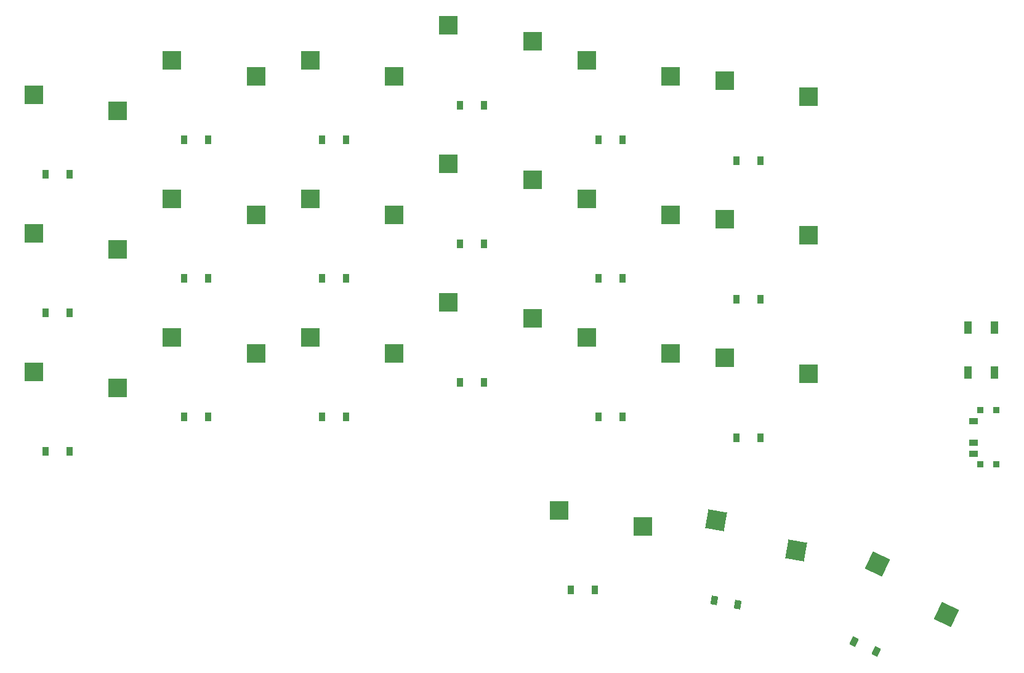
<source format=gbr>
%TF.GenerationSoftware,KiCad,Pcbnew,7.0.9*%
%TF.CreationDate,2024-08-18T04:48:21-07:00*%
%TF.ProjectId,left,6c656674-2e6b-4696-9361-645f70636258,v1.0.0*%
%TF.SameCoordinates,Original*%
%TF.FileFunction,Paste,Bot*%
%TF.FilePolarity,Positive*%
%FSLAX46Y46*%
G04 Gerber Fmt 4.6, Leading zero omitted, Abs format (unit mm)*
G04 Created by KiCad (PCBNEW 7.0.9) date 2024-08-18 04:48:21*
%MOMM*%
%LPD*%
G01*
G04 APERTURE LIST*
G04 Aperture macros list*
%AMRotRect*
0 Rectangle, with rotation*
0 The origin of the aperture is its center*
0 $1 length*
0 $2 width*
0 $3 Rotation angle, in degrees counterclockwise*
0 Add horizontal line*
21,1,$1,$2,0,0,$3*%
G04 Aperture macros list end*
%ADD10R,1.250000X0.900000*%
%ADD11R,0.900000X0.900000*%
%ADD12R,1.100000X1.800000*%
%ADD13R,2.600000X2.600000*%
%ADD14RotRect,2.600000X2.600000X335.000000*%
%ADD15R,0.900000X1.200000*%
%ADD16RotRect,0.900000X1.200000X335.000000*%
%ADD17RotRect,2.600000X2.600000X350.000000*%
%ADD18RotRect,0.900000X1.200000X350.000000*%
G04 APERTURE END LIST*
D10*
%TO.C,T1*%
X269374550Y-165102900D03*
X269374550Y-163602900D03*
X269374550Y-160602900D03*
D11*
X270349550Y-166552900D03*
X272549550Y-166552900D03*
X270349550Y-159152900D03*
X272549550Y-159152900D03*
%TD*%
D12*
%TO.C,B1*%
X272299550Y-147752900D03*
X272299550Y-153952900D03*
X268599550Y-147752900D03*
X268599550Y-153952900D03*
%TD*%
D13*
%TO.C,S5*%
X140174550Y-134807900D03*
X151724550Y-137007900D03*
%TD*%
D14*
%TO.C,S1*%
X256129579Y-180307149D03*
X265667673Y-187182267D03*
%TD*%
D15*
%TO.C,D5*%
X141799550Y-145757900D03*
X145099550Y-145757900D03*
%TD*%
D16*
%TO.C,D1*%
X252974659Y-190917974D03*
X255965475Y-192312614D03*
%TD*%
D13*
%TO.C,S20*%
X235174550Y-132902900D03*
X246724550Y-135102900D03*
%TD*%
%TO.C,S8*%
X159174550Y-130045400D03*
X170724550Y-132245400D03*
%TD*%
D15*
%TO.C,D11*%
X179799550Y-140995400D03*
X183099550Y-140995400D03*
%TD*%
%TO.C,D10*%
X179799550Y-160045400D03*
X183099550Y-160045400D03*
%TD*%
%TO.C,D4*%
X141799550Y-164807900D03*
X145099550Y-164807900D03*
%TD*%
D13*
%TO.C,S10*%
X178174550Y-149095400D03*
X189724550Y-151295400D03*
%TD*%
D15*
%TO.C,D12*%
X179799550Y-121945400D03*
X183099550Y-121945400D03*
%TD*%
D17*
%TO.C,S2*%
X234006804Y-174228301D03*
X244999308Y-178400515D03*
%TD*%
D15*
%TO.C,D20*%
X236799550Y-143852900D03*
X240099550Y-143852900D03*
%TD*%
D13*
%TO.C,S3*%
X212364550Y-172907900D03*
X223914550Y-175107900D03*
%TD*%
D15*
%TO.C,D16*%
X217799550Y-160045400D03*
X221099550Y-160045400D03*
%TD*%
D13*
%TO.C,S17*%
X216174550Y-130045400D03*
X227724550Y-132245400D03*
%TD*%
D15*
%TO.C,D21*%
X236799550Y-124802900D03*
X240099550Y-124802900D03*
%TD*%
%TO.C,D19*%
X236799550Y-162902900D03*
X240099550Y-162902900D03*
%TD*%
D13*
%TO.C,S12*%
X178174550Y-110995400D03*
X189724550Y-113195400D03*
%TD*%
%TO.C,S9*%
X159174550Y-110995400D03*
X170724550Y-113195400D03*
%TD*%
D15*
%TO.C,D15*%
X198799550Y-117182900D03*
X202099550Y-117182900D03*
%TD*%
D13*
%TO.C,S6*%
X140174550Y-115757900D03*
X151724550Y-117957900D03*
%TD*%
%TO.C,S7*%
X170724550Y-151295400D03*
X159174550Y-149095400D03*
%TD*%
%TO.C,S14*%
X197174550Y-125282900D03*
X208724550Y-127482900D03*
%TD*%
D15*
%TO.C,D17*%
X217799550Y-140995400D03*
X221099550Y-140995400D03*
%TD*%
%TO.C,D8*%
X160799550Y-140995400D03*
X164099550Y-140995400D03*
%TD*%
D18*
%TO.C,D2*%
X233705669Y-185294125D03*
X236955535Y-185867163D03*
%TD*%
D13*
%TO.C,S13*%
X197174550Y-144332900D03*
X208724550Y-146532900D03*
%TD*%
%TO.C,S11*%
X178174550Y-130045400D03*
X189724550Y-132245400D03*
%TD*%
%TO.C,S4*%
X140174550Y-153857900D03*
X151724550Y-156057900D03*
%TD*%
D15*
%TO.C,D3*%
X213989550Y-183857900D03*
X217289550Y-183857900D03*
%TD*%
D13*
%TO.C,S21*%
X235174550Y-113852900D03*
X246724550Y-116052900D03*
%TD*%
%TO.C,S16*%
X216174550Y-149095400D03*
X227724550Y-151295400D03*
%TD*%
D15*
%TO.C,D6*%
X141799550Y-126707900D03*
X145099550Y-126707900D03*
%TD*%
D13*
%TO.C,S18*%
X216174550Y-110995400D03*
X227724550Y-113195400D03*
%TD*%
D15*
%TO.C,D9*%
X160799550Y-121945400D03*
X164099550Y-121945400D03*
%TD*%
D13*
%TO.C,S15*%
X197174550Y-106232900D03*
X208724550Y-108432900D03*
%TD*%
D15*
%TO.C,D18*%
X217799550Y-121945400D03*
X221099550Y-121945400D03*
%TD*%
%TO.C,D13*%
X198799550Y-155282900D03*
X202099550Y-155282900D03*
%TD*%
%TO.C,D14*%
X198799550Y-136232900D03*
X202099550Y-136232900D03*
%TD*%
D13*
%TO.C,S19*%
X235174550Y-151952900D03*
X246724550Y-154152900D03*
%TD*%
D15*
%TO.C,D7*%
X160799550Y-160045400D03*
X164099550Y-160045400D03*
%TD*%
M02*

</source>
